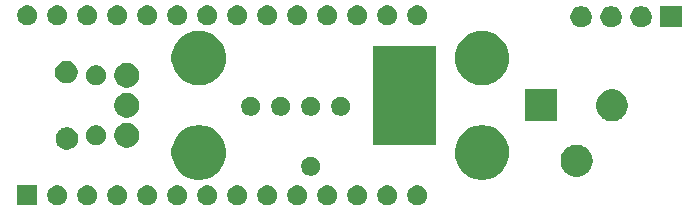
<source format=gbs>
G04 #@! TF.GenerationSoftware,KiCad,Pcbnew,(5.1.5-0-10_14)*
G04 #@! TF.CreationDate,2020-02-22T10:41:04+08:00*
G04 #@! TF.ProjectId,audio-board,61756469-6f2d-4626-9f61-72642e6b6963,rev?*
G04 #@! TF.SameCoordinates,Original*
G04 #@! TF.FileFunction,Soldermask,Bot*
G04 #@! TF.FilePolarity,Negative*
%FSLAX46Y46*%
G04 Gerber Fmt 4.6, Leading zero omitted, Abs format (unit mm)*
G04 Created by KiCad (PCBNEW (5.1.5-0-10_14)) date 2020-02-22 10:41:04*
%MOMM*%
%LPD*%
G04 APERTURE LIST*
%ADD10C,0.100000*%
G04 APERTURE END LIST*
D10*
G36*
X148675000Y-102255000D02*
G01*
X143425000Y-102255000D01*
X143425000Y-94005000D01*
X148675000Y-94005000D01*
X148675000Y-102255000D01*
G37*
X148675000Y-102255000D02*
X143425000Y-102255000D01*
X143425000Y-94005000D01*
X148675000Y-94005000D01*
X148675000Y-102255000D01*
G36*
X147433228Y-105806703D02*
G01*
X147588100Y-105870853D01*
X147727481Y-105963985D01*
X147846015Y-106082519D01*
X147939147Y-106221900D01*
X148003297Y-106376772D01*
X148036000Y-106541184D01*
X148036000Y-106708816D01*
X148003297Y-106873228D01*
X147939147Y-107028100D01*
X147846015Y-107167481D01*
X147727481Y-107286015D01*
X147588100Y-107379147D01*
X147433228Y-107443297D01*
X147268816Y-107476000D01*
X147101184Y-107476000D01*
X146936772Y-107443297D01*
X146781900Y-107379147D01*
X146642519Y-107286015D01*
X146523985Y-107167481D01*
X146430853Y-107028100D01*
X146366703Y-106873228D01*
X146334000Y-106708816D01*
X146334000Y-106541184D01*
X146366703Y-106376772D01*
X146430853Y-106221900D01*
X146523985Y-106082519D01*
X146642519Y-105963985D01*
X146781900Y-105870853D01*
X146936772Y-105806703D01*
X147101184Y-105774000D01*
X147268816Y-105774000D01*
X147433228Y-105806703D01*
G37*
G36*
X144893228Y-105806703D02*
G01*
X145048100Y-105870853D01*
X145187481Y-105963985D01*
X145306015Y-106082519D01*
X145399147Y-106221900D01*
X145463297Y-106376772D01*
X145496000Y-106541184D01*
X145496000Y-106708816D01*
X145463297Y-106873228D01*
X145399147Y-107028100D01*
X145306015Y-107167481D01*
X145187481Y-107286015D01*
X145048100Y-107379147D01*
X144893228Y-107443297D01*
X144728816Y-107476000D01*
X144561184Y-107476000D01*
X144396772Y-107443297D01*
X144241900Y-107379147D01*
X144102519Y-107286015D01*
X143983985Y-107167481D01*
X143890853Y-107028100D01*
X143826703Y-106873228D01*
X143794000Y-106708816D01*
X143794000Y-106541184D01*
X143826703Y-106376772D01*
X143890853Y-106221900D01*
X143983985Y-106082519D01*
X144102519Y-105963985D01*
X144241900Y-105870853D01*
X144396772Y-105806703D01*
X144561184Y-105774000D01*
X144728816Y-105774000D01*
X144893228Y-105806703D01*
G37*
G36*
X142353228Y-105806703D02*
G01*
X142508100Y-105870853D01*
X142647481Y-105963985D01*
X142766015Y-106082519D01*
X142859147Y-106221900D01*
X142923297Y-106376772D01*
X142956000Y-106541184D01*
X142956000Y-106708816D01*
X142923297Y-106873228D01*
X142859147Y-107028100D01*
X142766015Y-107167481D01*
X142647481Y-107286015D01*
X142508100Y-107379147D01*
X142353228Y-107443297D01*
X142188816Y-107476000D01*
X142021184Y-107476000D01*
X141856772Y-107443297D01*
X141701900Y-107379147D01*
X141562519Y-107286015D01*
X141443985Y-107167481D01*
X141350853Y-107028100D01*
X141286703Y-106873228D01*
X141254000Y-106708816D01*
X141254000Y-106541184D01*
X141286703Y-106376772D01*
X141350853Y-106221900D01*
X141443985Y-106082519D01*
X141562519Y-105963985D01*
X141701900Y-105870853D01*
X141856772Y-105806703D01*
X142021184Y-105774000D01*
X142188816Y-105774000D01*
X142353228Y-105806703D01*
G37*
G36*
X139813228Y-105806703D02*
G01*
X139968100Y-105870853D01*
X140107481Y-105963985D01*
X140226015Y-106082519D01*
X140319147Y-106221900D01*
X140383297Y-106376772D01*
X140416000Y-106541184D01*
X140416000Y-106708816D01*
X140383297Y-106873228D01*
X140319147Y-107028100D01*
X140226015Y-107167481D01*
X140107481Y-107286015D01*
X139968100Y-107379147D01*
X139813228Y-107443297D01*
X139648816Y-107476000D01*
X139481184Y-107476000D01*
X139316772Y-107443297D01*
X139161900Y-107379147D01*
X139022519Y-107286015D01*
X138903985Y-107167481D01*
X138810853Y-107028100D01*
X138746703Y-106873228D01*
X138714000Y-106708816D01*
X138714000Y-106541184D01*
X138746703Y-106376772D01*
X138810853Y-106221900D01*
X138903985Y-106082519D01*
X139022519Y-105963985D01*
X139161900Y-105870853D01*
X139316772Y-105806703D01*
X139481184Y-105774000D01*
X139648816Y-105774000D01*
X139813228Y-105806703D01*
G37*
G36*
X137273228Y-105806703D02*
G01*
X137428100Y-105870853D01*
X137567481Y-105963985D01*
X137686015Y-106082519D01*
X137779147Y-106221900D01*
X137843297Y-106376772D01*
X137876000Y-106541184D01*
X137876000Y-106708816D01*
X137843297Y-106873228D01*
X137779147Y-107028100D01*
X137686015Y-107167481D01*
X137567481Y-107286015D01*
X137428100Y-107379147D01*
X137273228Y-107443297D01*
X137108816Y-107476000D01*
X136941184Y-107476000D01*
X136776772Y-107443297D01*
X136621900Y-107379147D01*
X136482519Y-107286015D01*
X136363985Y-107167481D01*
X136270853Y-107028100D01*
X136206703Y-106873228D01*
X136174000Y-106708816D01*
X136174000Y-106541184D01*
X136206703Y-106376772D01*
X136270853Y-106221900D01*
X136363985Y-106082519D01*
X136482519Y-105963985D01*
X136621900Y-105870853D01*
X136776772Y-105806703D01*
X136941184Y-105774000D01*
X137108816Y-105774000D01*
X137273228Y-105806703D01*
G37*
G36*
X134733228Y-105806703D02*
G01*
X134888100Y-105870853D01*
X135027481Y-105963985D01*
X135146015Y-106082519D01*
X135239147Y-106221900D01*
X135303297Y-106376772D01*
X135336000Y-106541184D01*
X135336000Y-106708816D01*
X135303297Y-106873228D01*
X135239147Y-107028100D01*
X135146015Y-107167481D01*
X135027481Y-107286015D01*
X134888100Y-107379147D01*
X134733228Y-107443297D01*
X134568816Y-107476000D01*
X134401184Y-107476000D01*
X134236772Y-107443297D01*
X134081900Y-107379147D01*
X133942519Y-107286015D01*
X133823985Y-107167481D01*
X133730853Y-107028100D01*
X133666703Y-106873228D01*
X133634000Y-106708816D01*
X133634000Y-106541184D01*
X133666703Y-106376772D01*
X133730853Y-106221900D01*
X133823985Y-106082519D01*
X133942519Y-105963985D01*
X134081900Y-105870853D01*
X134236772Y-105806703D01*
X134401184Y-105774000D01*
X134568816Y-105774000D01*
X134733228Y-105806703D01*
G37*
G36*
X132193228Y-105806703D02*
G01*
X132348100Y-105870853D01*
X132487481Y-105963985D01*
X132606015Y-106082519D01*
X132699147Y-106221900D01*
X132763297Y-106376772D01*
X132796000Y-106541184D01*
X132796000Y-106708816D01*
X132763297Y-106873228D01*
X132699147Y-107028100D01*
X132606015Y-107167481D01*
X132487481Y-107286015D01*
X132348100Y-107379147D01*
X132193228Y-107443297D01*
X132028816Y-107476000D01*
X131861184Y-107476000D01*
X131696772Y-107443297D01*
X131541900Y-107379147D01*
X131402519Y-107286015D01*
X131283985Y-107167481D01*
X131190853Y-107028100D01*
X131126703Y-106873228D01*
X131094000Y-106708816D01*
X131094000Y-106541184D01*
X131126703Y-106376772D01*
X131190853Y-106221900D01*
X131283985Y-106082519D01*
X131402519Y-105963985D01*
X131541900Y-105870853D01*
X131696772Y-105806703D01*
X131861184Y-105774000D01*
X132028816Y-105774000D01*
X132193228Y-105806703D01*
G37*
G36*
X129653228Y-105806703D02*
G01*
X129808100Y-105870853D01*
X129947481Y-105963985D01*
X130066015Y-106082519D01*
X130159147Y-106221900D01*
X130223297Y-106376772D01*
X130256000Y-106541184D01*
X130256000Y-106708816D01*
X130223297Y-106873228D01*
X130159147Y-107028100D01*
X130066015Y-107167481D01*
X129947481Y-107286015D01*
X129808100Y-107379147D01*
X129653228Y-107443297D01*
X129488816Y-107476000D01*
X129321184Y-107476000D01*
X129156772Y-107443297D01*
X129001900Y-107379147D01*
X128862519Y-107286015D01*
X128743985Y-107167481D01*
X128650853Y-107028100D01*
X128586703Y-106873228D01*
X128554000Y-106708816D01*
X128554000Y-106541184D01*
X128586703Y-106376772D01*
X128650853Y-106221900D01*
X128743985Y-106082519D01*
X128862519Y-105963985D01*
X129001900Y-105870853D01*
X129156772Y-105806703D01*
X129321184Y-105774000D01*
X129488816Y-105774000D01*
X129653228Y-105806703D01*
G37*
G36*
X127113228Y-105806703D02*
G01*
X127268100Y-105870853D01*
X127407481Y-105963985D01*
X127526015Y-106082519D01*
X127619147Y-106221900D01*
X127683297Y-106376772D01*
X127716000Y-106541184D01*
X127716000Y-106708816D01*
X127683297Y-106873228D01*
X127619147Y-107028100D01*
X127526015Y-107167481D01*
X127407481Y-107286015D01*
X127268100Y-107379147D01*
X127113228Y-107443297D01*
X126948816Y-107476000D01*
X126781184Y-107476000D01*
X126616772Y-107443297D01*
X126461900Y-107379147D01*
X126322519Y-107286015D01*
X126203985Y-107167481D01*
X126110853Y-107028100D01*
X126046703Y-106873228D01*
X126014000Y-106708816D01*
X126014000Y-106541184D01*
X126046703Y-106376772D01*
X126110853Y-106221900D01*
X126203985Y-106082519D01*
X126322519Y-105963985D01*
X126461900Y-105870853D01*
X126616772Y-105806703D01*
X126781184Y-105774000D01*
X126948816Y-105774000D01*
X127113228Y-105806703D01*
G37*
G36*
X124573228Y-105806703D02*
G01*
X124728100Y-105870853D01*
X124867481Y-105963985D01*
X124986015Y-106082519D01*
X125079147Y-106221900D01*
X125143297Y-106376772D01*
X125176000Y-106541184D01*
X125176000Y-106708816D01*
X125143297Y-106873228D01*
X125079147Y-107028100D01*
X124986015Y-107167481D01*
X124867481Y-107286015D01*
X124728100Y-107379147D01*
X124573228Y-107443297D01*
X124408816Y-107476000D01*
X124241184Y-107476000D01*
X124076772Y-107443297D01*
X123921900Y-107379147D01*
X123782519Y-107286015D01*
X123663985Y-107167481D01*
X123570853Y-107028100D01*
X123506703Y-106873228D01*
X123474000Y-106708816D01*
X123474000Y-106541184D01*
X123506703Y-106376772D01*
X123570853Y-106221900D01*
X123663985Y-106082519D01*
X123782519Y-105963985D01*
X123921900Y-105870853D01*
X124076772Y-105806703D01*
X124241184Y-105774000D01*
X124408816Y-105774000D01*
X124573228Y-105806703D01*
G37*
G36*
X122033228Y-105806703D02*
G01*
X122188100Y-105870853D01*
X122327481Y-105963985D01*
X122446015Y-106082519D01*
X122539147Y-106221900D01*
X122603297Y-106376772D01*
X122636000Y-106541184D01*
X122636000Y-106708816D01*
X122603297Y-106873228D01*
X122539147Y-107028100D01*
X122446015Y-107167481D01*
X122327481Y-107286015D01*
X122188100Y-107379147D01*
X122033228Y-107443297D01*
X121868816Y-107476000D01*
X121701184Y-107476000D01*
X121536772Y-107443297D01*
X121381900Y-107379147D01*
X121242519Y-107286015D01*
X121123985Y-107167481D01*
X121030853Y-107028100D01*
X120966703Y-106873228D01*
X120934000Y-106708816D01*
X120934000Y-106541184D01*
X120966703Y-106376772D01*
X121030853Y-106221900D01*
X121123985Y-106082519D01*
X121242519Y-105963985D01*
X121381900Y-105870853D01*
X121536772Y-105806703D01*
X121701184Y-105774000D01*
X121868816Y-105774000D01*
X122033228Y-105806703D01*
G37*
G36*
X119493228Y-105806703D02*
G01*
X119648100Y-105870853D01*
X119787481Y-105963985D01*
X119906015Y-106082519D01*
X119999147Y-106221900D01*
X120063297Y-106376772D01*
X120096000Y-106541184D01*
X120096000Y-106708816D01*
X120063297Y-106873228D01*
X119999147Y-107028100D01*
X119906015Y-107167481D01*
X119787481Y-107286015D01*
X119648100Y-107379147D01*
X119493228Y-107443297D01*
X119328816Y-107476000D01*
X119161184Y-107476000D01*
X118996772Y-107443297D01*
X118841900Y-107379147D01*
X118702519Y-107286015D01*
X118583985Y-107167481D01*
X118490853Y-107028100D01*
X118426703Y-106873228D01*
X118394000Y-106708816D01*
X118394000Y-106541184D01*
X118426703Y-106376772D01*
X118490853Y-106221900D01*
X118583985Y-106082519D01*
X118702519Y-105963985D01*
X118841900Y-105870853D01*
X118996772Y-105806703D01*
X119161184Y-105774000D01*
X119328816Y-105774000D01*
X119493228Y-105806703D01*
G37*
G36*
X116953228Y-105806703D02*
G01*
X117108100Y-105870853D01*
X117247481Y-105963985D01*
X117366015Y-106082519D01*
X117459147Y-106221900D01*
X117523297Y-106376772D01*
X117556000Y-106541184D01*
X117556000Y-106708816D01*
X117523297Y-106873228D01*
X117459147Y-107028100D01*
X117366015Y-107167481D01*
X117247481Y-107286015D01*
X117108100Y-107379147D01*
X116953228Y-107443297D01*
X116788816Y-107476000D01*
X116621184Y-107476000D01*
X116456772Y-107443297D01*
X116301900Y-107379147D01*
X116162519Y-107286015D01*
X116043985Y-107167481D01*
X115950853Y-107028100D01*
X115886703Y-106873228D01*
X115854000Y-106708816D01*
X115854000Y-106541184D01*
X115886703Y-106376772D01*
X115950853Y-106221900D01*
X116043985Y-106082519D01*
X116162519Y-105963985D01*
X116301900Y-105870853D01*
X116456772Y-105806703D01*
X116621184Y-105774000D01*
X116788816Y-105774000D01*
X116953228Y-105806703D01*
G37*
G36*
X115016000Y-107476000D02*
G01*
X113314000Y-107476000D01*
X113314000Y-105774000D01*
X115016000Y-105774000D01*
X115016000Y-107476000D01*
G37*
G36*
X129015765Y-100726703D02*
G01*
X129346177Y-100792426D01*
X129764932Y-100965880D01*
X130141802Y-101217696D01*
X130462304Y-101538198D01*
X130714120Y-101915068D01*
X130887574Y-102333823D01*
X130915931Y-102476384D01*
X130976000Y-102778370D01*
X130976000Y-103231630D01*
X130952057Y-103352000D01*
X130887574Y-103676177D01*
X130714120Y-104094932D01*
X130462304Y-104471802D01*
X130141802Y-104792304D01*
X129764932Y-105044120D01*
X129346177Y-105217574D01*
X129123903Y-105261787D01*
X128901630Y-105306000D01*
X128448370Y-105306000D01*
X128226097Y-105261787D01*
X128003823Y-105217574D01*
X127585068Y-105044120D01*
X127208198Y-104792304D01*
X126887696Y-104471802D01*
X126635880Y-104094932D01*
X126462426Y-103676177D01*
X126397943Y-103352000D01*
X126374000Y-103231630D01*
X126374000Y-102778370D01*
X126434069Y-102476384D01*
X126462426Y-102333823D01*
X126635880Y-101915068D01*
X126887696Y-101538198D01*
X127208198Y-101217696D01*
X127585068Y-100965880D01*
X128003823Y-100792426D01*
X128334235Y-100726703D01*
X128448370Y-100704000D01*
X128901630Y-100704000D01*
X129015765Y-100726703D01*
G37*
G36*
X153015765Y-100726703D02*
G01*
X153346177Y-100792426D01*
X153764932Y-100965880D01*
X154141802Y-101217696D01*
X154462304Y-101538198D01*
X154714120Y-101915068D01*
X154887574Y-102333823D01*
X154915931Y-102476384D01*
X154976000Y-102778370D01*
X154976000Y-103231630D01*
X154952057Y-103352000D01*
X154887574Y-103676177D01*
X154714120Y-104094932D01*
X154462304Y-104471802D01*
X154141802Y-104792304D01*
X153764932Y-105044120D01*
X153346177Y-105217574D01*
X153123903Y-105261787D01*
X152901630Y-105306000D01*
X152448370Y-105306000D01*
X152226097Y-105261787D01*
X152003823Y-105217574D01*
X151585068Y-105044120D01*
X151208198Y-104792304D01*
X150887696Y-104471802D01*
X150635880Y-104094932D01*
X150462426Y-103676177D01*
X150397943Y-103352000D01*
X150374000Y-103231630D01*
X150374000Y-102778370D01*
X150434069Y-102476384D01*
X150462426Y-102333823D01*
X150635880Y-101915068D01*
X150887696Y-101538198D01*
X151208198Y-101217696D01*
X151585068Y-100965880D01*
X152003823Y-100792426D01*
X152334235Y-100726703D01*
X152448370Y-100704000D01*
X152901630Y-100704000D01*
X153015765Y-100726703D01*
G37*
G36*
X161019211Y-102396000D02*
G01*
X161069072Y-102405918D01*
X161314939Y-102507759D01*
X161386554Y-102555611D01*
X161536211Y-102655609D01*
X161724391Y-102843789D01*
X161872242Y-103065063D01*
X161974082Y-103310928D01*
X162018355Y-103533501D01*
X162026000Y-103571938D01*
X162026000Y-103838062D01*
X161974082Y-104099072D01*
X161872241Y-104344939D01*
X161724390Y-104566212D01*
X161536212Y-104754390D01*
X161314939Y-104902241D01*
X161314938Y-104902242D01*
X161314937Y-104902242D01*
X161069072Y-105004082D01*
X160808063Y-105056000D01*
X160541937Y-105056000D01*
X160280928Y-105004082D01*
X160035063Y-104902242D01*
X160035062Y-104902242D01*
X160035061Y-104902241D01*
X159813788Y-104754390D01*
X159625610Y-104566212D01*
X159477759Y-104344939D01*
X159375918Y-104099072D01*
X159324000Y-103838062D01*
X159324000Y-103571938D01*
X159331646Y-103533501D01*
X159375918Y-103310928D01*
X159477758Y-103065063D01*
X159625609Y-102843789D01*
X159813789Y-102655609D01*
X159963446Y-102555611D01*
X160035061Y-102507759D01*
X160280928Y-102405918D01*
X160330789Y-102396000D01*
X160541937Y-102354000D01*
X160808063Y-102354000D01*
X161019211Y-102396000D01*
G37*
G36*
X138412142Y-103383242D02*
G01*
X138560101Y-103444529D01*
X138693255Y-103533499D01*
X138806501Y-103646745D01*
X138895471Y-103779899D01*
X138956758Y-103927858D01*
X138988000Y-104084925D01*
X138988000Y-104245075D01*
X138956758Y-104402142D01*
X138895471Y-104550101D01*
X138806501Y-104683255D01*
X138693255Y-104796501D01*
X138560101Y-104885471D01*
X138412142Y-104946758D01*
X138255075Y-104978000D01*
X138094925Y-104978000D01*
X137937858Y-104946758D01*
X137789899Y-104885471D01*
X137656745Y-104796501D01*
X137543499Y-104683255D01*
X137454529Y-104550101D01*
X137393242Y-104402142D01*
X137362000Y-104245075D01*
X137362000Y-104084925D01*
X137393242Y-103927858D01*
X137454529Y-103779899D01*
X137543499Y-103646745D01*
X137656745Y-103533499D01*
X137789899Y-103444529D01*
X137937858Y-103383242D01*
X138094925Y-103352000D01*
X138255075Y-103352000D01*
X138412142Y-103383242D01*
G37*
G36*
X117782395Y-100890546D02*
G01*
X117955466Y-100962234D01*
X118015757Y-101002519D01*
X118111227Y-101066310D01*
X118243690Y-101198773D01*
X118270191Y-101238435D01*
X118347766Y-101354534D01*
X118419454Y-101527605D01*
X118456000Y-101711333D01*
X118456000Y-101898667D01*
X118419454Y-102082395D01*
X118347766Y-102255466D01*
X118296081Y-102332818D01*
X118243690Y-102411227D01*
X118111227Y-102543690D01*
X118032939Y-102596000D01*
X117955466Y-102647766D01*
X117782395Y-102719454D01*
X117598667Y-102756000D01*
X117411333Y-102756000D01*
X117227605Y-102719454D01*
X117054534Y-102647766D01*
X116977061Y-102596000D01*
X116898773Y-102543690D01*
X116766310Y-102411227D01*
X116713919Y-102332818D01*
X116662234Y-102255466D01*
X116590546Y-102082395D01*
X116554000Y-101898667D01*
X116554000Y-101711333D01*
X116590546Y-101527605D01*
X116662234Y-101354534D01*
X116739809Y-101238435D01*
X116766310Y-101198773D01*
X116898773Y-101066310D01*
X116994243Y-101002519D01*
X117054534Y-100962234D01*
X117227605Y-100890546D01*
X117411333Y-100854000D01*
X117598667Y-100854000D01*
X117782395Y-100890546D01*
G37*
G36*
X122891564Y-100534389D02*
G01*
X123082833Y-100613615D01*
X123082835Y-100613616D01*
X123254973Y-100728635D01*
X123401365Y-100875027D01*
X123459636Y-100962235D01*
X123516385Y-101047167D01*
X123595611Y-101238436D01*
X123636000Y-101441484D01*
X123636000Y-101648516D01*
X123595611Y-101851564D01*
X123516385Y-102042833D01*
X123516384Y-102042835D01*
X123401365Y-102214973D01*
X123254973Y-102361365D01*
X123082835Y-102476384D01*
X123082834Y-102476385D01*
X123082833Y-102476385D01*
X122891564Y-102555611D01*
X122688516Y-102596000D01*
X122481484Y-102596000D01*
X122278436Y-102555611D01*
X122087167Y-102476385D01*
X122087166Y-102476385D01*
X122087165Y-102476384D01*
X121915027Y-102361365D01*
X121768635Y-102214973D01*
X121653616Y-102042835D01*
X121653615Y-102042833D01*
X121574389Y-101851564D01*
X121534000Y-101648516D01*
X121534000Y-101441484D01*
X121574389Y-101238436D01*
X121653615Y-101047167D01*
X121710365Y-100962235D01*
X121768635Y-100875027D01*
X121915027Y-100728635D01*
X122087165Y-100613616D01*
X122087167Y-100613615D01*
X122278436Y-100534389D01*
X122481484Y-100494000D01*
X122688516Y-100494000D01*
X122891564Y-100534389D01*
G37*
G36*
X120233228Y-100726703D02*
G01*
X120388100Y-100790853D01*
X120527481Y-100883985D01*
X120646015Y-101002519D01*
X120739147Y-101141900D01*
X120803297Y-101296772D01*
X120836000Y-101461184D01*
X120836000Y-101628816D01*
X120803297Y-101793228D01*
X120739147Y-101948100D01*
X120646015Y-102087481D01*
X120527481Y-102206015D01*
X120388100Y-102299147D01*
X120233228Y-102363297D01*
X120068816Y-102396000D01*
X119901184Y-102396000D01*
X119736772Y-102363297D01*
X119581900Y-102299147D01*
X119442519Y-102206015D01*
X119323985Y-102087481D01*
X119230853Y-101948100D01*
X119166703Y-101793228D01*
X119134000Y-101628816D01*
X119134000Y-101461184D01*
X119166703Y-101296772D01*
X119230853Y-101141900D01*
X119323985Y-101002519D01*
X119442519Y-100883985D01*
X119581900Y-100790853D01*
X119736772Y-100726703D01*
X119901184Y-100694000D01*
X120068816Y-100694000D01*
X120233228Y-100726703D01*
G37*
G36*
X164069072Y-97705918D02*
G01*
X164314939Y-97807759D01*
X164426328Y-97882187D01*
X164533803Y-97954000D01*
X164536212Y-97955610D01*
X164724390Y-98143788D01*
X164871886Y-98364529D01*
X164872242Y-98365063D01*
X164974082Y-98610928D01*
X165026000Y-98871937D01*
X165026000Y-99138063D01*
X164974082Y-99399072D01*
X164872242Y-99644937D01*
X164724391Y-99866211D01*
X164536211Y-100054391D01*
X164426328Y-100127813D01*
X164314939Y-100202241D01*
X164314938Y-100202242D01*
X164314937Y-100202242D01*
X164069072Y-100304082D01*
X163808063Y-100356000D01*
X163541937Y-100356000D01*
X163280928Y-100304082D01*
X163035063Y-100202242D01*
X163035062Y-100202242D01*
X163035061Y-100202241D01*
X162923672Y-100127813D01*
X162813789Y-100054391D01*
X162625609Y-99866211D01*
X162477758Y-99644937D01*
X162375918Y-99399072D01*
X162324000Y-99138063D01*
X162324000Y-98871937D01*
X162375918Y-98610928D01*
X162477758Y-98365063D01*
X162478115Y-98364529D01*
X162625610Y-98143788D01*
X162813788Y-97955610D01*
X162816198Y-97954000D01*
X162923672Y-97882187D01*
X163035061Y-97807759D01*
X163280928Y-97705918D01*
X163541937Y-97654000D01*
X163808063Y-97654000D01*
X164069072Y-97705918D01*
G37*
G36*
X159026000Y-100356000D02*
G01*
X156324000Y-100356000D01*
X156324000Y-97654000D01*
X159026000Y-97654000D01*
X159026000Y-100356000D01*
G37*
G36*
X122891564Y-97994389D02*
G01*
X123082833Y-98073615D01*
X123082835Y-98073616D01*
X123254973Y-98188635D01*
X123401365Y-98335027D01*
X123480526Y-98453499D01*
X123516385Y-98507167D01*
X123595611Y-98698436D01*
X123636000Y-98901484D01*
X123636000Y-99108516D01*
X123595611Y-99311564D01*
X123559364Y-99399072D01*
X123516384Y-99502835D01*
X123401365Y-99674973D01*
X123254973Y-99821365D01*
X123082835Y-99936384D01*
X123082834Y-99936385D01*
X123082833Y-99936385D01*
X122891564Y-100015611D01*
X122688516Y-100056000D01*
X122481484Y-100056000D01*
X122278436Y-100015611D01*
X122087167Y-99936385D01*
X122087166Y-99936385D01*
X122087165Y-99936384D01*
X121915027Y-99821365D01*
X121768635Y-99674973D01*
X121653616Y-99502835D01*
X121610636Y-99399072D01*
X121574389Y-99311564D01*
X121534000Y-99108516D01*
X121534000Y-98901484D01*
X121574389Y-98698436D01*
X121653615Y-98507167D01*
X121689475Y-98453499D01*
X121768635Y-98335027D01*
X121915027Y-98188635D01*
X122087165Y-98073616D01*
X122087167Y-98073615D01*
X122278436Y-97994389D01*
X122481484Y-97954000D01*
X122688516Y-97954000D01*
X122891564Y-97994389D01*
G37*
G36*
X133332142Y-98303242D02*
G01*
X133480101Y-98364529D01*
X133613255Y-98453499D01*
X133726501Y-98566745D01*
X133815471Y-98699899D01*
X133876758Y-98847858D01*
X133908000Y-99004925D01*
X133908000Y-99165075D01*
X133876758Y-99322142D01*
X133815471Y-99470101D01*
X133726501Y-99603255D01*
X133613255Y-99716501D01*
X133480101Y-99805471D01*
X133332142Y-99866758D01*
X133175075Y-99898000D01*
X133014925Y-99898000D01*
X132857858Y-99866758D01*
X132709899Y-99805471D01*
X132576745Y-99716501D01*
X132463499Y-99603255D01*
X132374529Y-99470101D01*
X132313242Y-99322142D01*
X132282000Y-99165075D01*
X132282000Y-99004925D01*
X132313242Y-98847858D01*
X132374529Y-98699899D01*
X132463499Y-98566745D01*
X132576745Y-98453499D01*
X132709899Y-98364529D01*
X132857858Y-98303242D01*
X133014925Y-98272000D01*
X133175075Y-98272000D01*
X133332142Y-98303242D01*
G37*
G36*
X135872142Y-98303242D02*
G01*
X136020101Y-98364529D01*
X136153255Y-98453499D01*
X136266501Y-98566745D01*
X136355471Y-98699899D01*
X136416758Y-98847858D01*
X136448000Y-99004925D01*
X136448000Y-99165075D01*
X136416758Y-99322142D01*
X136355471Y-99470101D01*
X136266501Y-99603255D01*
X136153255Y-99716501D01*
X136020101Y-99805471D01*
X135872142Y-99866758D01*
X135715075Y-99898000D01*
X135554925Y-99898000D01*
X135397858Y-99866758D01*
X135249899Y-99805471D01*
X135116745Y-99716501D01*
X135003499Y-99603255D01*
X134914529Y-99470101D01*
X134853242Y-99322142D01*
X134822000Y-99165075D01*
X134822000Y-99004925D01*
X134853242Y-98847858D01*
X134914529Y-98699899D01*
X135003499Y-98566745D01*
X135116745Y-98453499D01*
X135249899Y-98364529D01*
X135397858Y-98303242D01*
X135554925Y-98272000D01*
X135715075Y-98272000D01*
X135872142Y-98303242D01*
G37*
G36*
X138412142Y-98303242D02*
G01*
X138560101Y-98364529D01*
X138693255Y-98453499D01*
X138806501Y-98566745D01*
X138895471Y-98699899D01*
X138956758Y-98847858D01*
X138988000Y-99004925D01*
X138988000Y-99165075D01*
X138956758Y-99322142D01*
X138895471Y-99470101D01*
X138806501Y-99603255D01*
X138693255Y-99716501D01*
X138560101Y-99805471D01*
X138412142Y-99866758D01*
X138255075Y-99898000D01*
X138094925Y-99898000D01*
X137937858Y-99866758D01*
X137789899Y-99805471D01*
X137656745Y-99716501D01*
X137543499Y-99603255D01*
X137454529Y-99470101D01*
X137393242Y-99322142D01*
X137362000Y-99165075D01*
X137362000Y-99004925D01*
X137393242Y-98847858D01*
X137454529Y-98699899D01*
X137543499Y-98566745D01*
X137656745Y-98453499D01*
X137789899Y-98364529D01*
X137937858Y-98303242D01*
X138094925Y-98272000D01*
X138255075Y-98272000D01*
X138412142Y-98303242D01*
G37*
G36*
X140952142Y-98303242D02*
G01*
X141100101Y-98364529D01*
X141233255Y-98453499D01*
X141346501Y-98566745D01*
X141435471Y-98699899D01*
X141496758Y-98847858D01*
X141528000Y-99004925D01*
X141528000Y-99165075D01*
X141496758Y-99322142D01*
X141435471Y-99470101D01*
X141346501Y-99603255D01*
X141233255Y-99716501D01*
X141100101Y-99805471D01*
X140952142Y-99866758D01*
X140795075Y-99898000D01*
X140634925Y-99898000D01*
X140477858Y-99866758D01*
X140329899Y-99805471D01*
X140196745Y-99716501D01*
X140083499Y-99603255D01*
X139994529Y-99470101D01*
X139933242Y-99322142D01*
X139902000Y-99165075D01*
X139902000Y-99004925D01*
X139933242Y-98847858D01*
X139994529Y-98699899D01*
X140083499Y-98566745D01*
X140196745Y-98453499D01*
X140329899Y-98364529D01*
X140477858Y-98303242D01*
X140634925Y-98272000D01*
X140795075Y-98272000D01*
X140952142Y-98303242D01*
G37*
G36*
X122891564Y-95454389D02*
G01*
X123082833Y-95533615D01*
X123082835Y-95533616D01*
X123180349Y-95598773D01*
X123254973Y-95648635D01*
X123401365Y-95795027D01*
X123516385Y-95967167D01*
X123595611Y-96158436D01*
X123636000Y-96361484D01*
X123636000Y-96568516D01*
X123595611Y-96771564D01*
X123524314Y-96943690D01*
X123516384Y-96962835D01*
X123401365Y-97134973D01*
X123254973Y-97281365D01*
X123082835Y-97396384D01*
X123082834Y-97396385D01*
X123082833Y-97396385D01*
X122891564Y-97475611D01*
X122688516Y-97516000D01*
X122481484Y-97516000D01*
X122278436Y-97475611D01*
X122087167Y-97396385D01*
X122087166Y-97396385D01*
X122087165Y-97396384D01*
X121915027Y-97281365D01*
X121768635Y-97134973D01*
X121653616Y-96962835D01*
X121645686Y-96943690D01*
X121574389Y-96771564D01*
X121534000Y-96568516D01*
X121534000Y-96361484D01*
X121574389Y-96158436D01*
X121653615Y-95967167D01*
X121768635Y-95795027D01*
X121915027Y-95648635D01*
X121989651Y-95598773D01*
X122087165Y-95533616D01*
X122087167Y-95533615D01*
X122278436Y-95454389D01*
X122481484Y-95414000D01*
X122688516Y-95414000D01*
X122891564Y-95454389D01*
G37*
G36*
X120233228Y-95646703D02*
G01*
X120388100Y-95710853D01*
X120527481Y-95803985D01*
X120646015Y-95922519D01*
X120739147Y-96061900D01*
X120803297Y-96216772D01*
X120836000Y-96381184D01*
X120836000Y-96548816D01*
X120803297Y-96713228D01*
X120739147Y-96868100D01*
X120646015Y-97007481D01*
X120527481Y-97126015D01*
X120388100Y-97219147D01*
X120233228Y-97283297D01*
X120068816Y-97316000D01*
X119901184Y-97316000D01*
X119736772Y-97283297D01*
X119581900Y-97219147D01*
X119442519Y-97126015D01*
X119323985Y-97007481D01*
X119230853Y-96868100D01*
X119166703Y-96713228D01*
X119134000Y-96548816D01*
X119134000Y-96381184D01*
X119166703Y-96216772D01*
X119230853Y-96061900D01*
X119323985Y-95922519D01*
X119442519Y-95803985D01*
X119581900Y-95710853D01*
X119736772Y-95646703D01*
X119901184Y-95614000D01*
X120068816Y-95614000D01*
X120233228Y-95646703D01*
G37*
G36*
X153123903Y-92748213D02*
G01*
X153346177Y-92792426D01*
X153764932Y-92965880D01*
X154141802Y-93217696D01*
X154462304Y-93538198D01*
X154714120Y-93915068D01*
X154887574Y-94333823D01*
X154887574Y-94333824D01*
X154976000Y-94778370D01*
X154976000Y-95231630D01*
X154950021Y-95362234D01*
X154887574Y-95676177D01*
X154714120Y-96094932D01*
X154462304Y-96471802D01*
X154141802Y-96792304D01*
X153764932Y-97044120D01*
X153346177Y-97217574D01*
X153123903Y-97261787D01*
X152901630Y-97306000D01*
X152448370Y-97306000D01*
X152226097Y-97261787D01*
X152003823Y-97217574D01*
X151585068Y-97044120D01*
X151208198Y-96792304D01*
X150887696Y-96471802D01*
X150635880Y-96094932D01*
X150462426Y-95676177D01*
X150399979Y-95362234D01*
X150374000Y-95231630D01*
X150374000Y-94778370D01*
X150462426Y-94333824D01*
X150462426Y-94333823D01*
X150635880Y-93915068D01*
X150887696Y-93538198D01*
X151208198Y-93217696D01*
X151585068Y-92965880D01*
X152003823Y-92792426D01*
X152226097Y-92748213D01*
X152448370Y-92704000D01*
X152901630Y-92704000D01*
X153123903Y-92748213D01*
G37*
G36*
X129123903Y-92748213D02*
G01*
X129346177Y-92792426D01*
X129764932Y-92965880D01*
X130141802Y-93217696D01*
X130462304Y-93538198D01*
X130714120Y-93915068D01*
X130887574Y-94333823D01*
X130887574Y-94333824D01*
X130976000Y-94778370D01*
X130976000Y-95231630D01*
X130950021Y-95362234D01*
X130887574Y-95676177D01*
X130714120Y-96094932D01*
X130462304Y-96471802D01*
X130141802Y-96792304D01*
X129764932Y-97044120D01*
X129346177Y-97217574D01*
X129123903Y-97261787D01*
X128901630Y-97306000D01*
X128448370Y-97306000D01*
X128226097Y-97261787D01*
X128003823Y-97217574D01*
X127585068Y-97044120D01*
X127208198Y-96792304D01*
X126887696Y-96471802D01*
X126635880Y-96094932D01*
X126462426Y-95676177D01*
X126399979Y-95362234D01*
X126374000Y-95231630D01*
X126374000Y-94778370D01*
X126462426Y-94333824D01*
X126462426Y-94333823D01*
X126635880Y-93915068D01*
X126887696Y-93538198D01*
X127208198Y-93217696D01*
X127585068Y-92965880D01*
X128003823Y-92792426D01*
X128226097Y-92748213D01*
X128448370Y-92704000D01*
X128901630Y-92704000D01*
X129123903Y-92748213D01*
G37*
G36*
X117742395Y-95290546D02*
G01*
X117915466Y-95362234D01*
X117915467Y-95362235D01*
X118071227Y-95466310D01*
X118203690Y-95598773D01*
X118255409Y-95676176D01*
X118307766Y-95754534D01*
X118379454Y-95927605D01*
X118416000Y-96111333D01*
X118416000Y-96298667D01*
X118379454Y-96482395D01*
X118307766Y-96655466D01*
X118307765Y-96655467D01*
X118203690Y-96811227D01*
X118071227Y-96943690D01*
X118042577Y-96962833D01*
X117915466Y-97047766D01*
X117742395Y-97119454D01*
X117558667Y-97156000D01*
X117371333Y-97156000D01*
X117187605Y-97119454D01*
X117014534Y-97047766D01*
X116887423Y-96962833D01*
X116858773Y-96943690D01*
X116726310Y-96811227D01*
X116622235Y-96655467D01*
X116622234Y-96655466D01*
X116550546Y-96482395D01*
X116514000Y-96298667D01*
X116514000Y-96111333D01*
X116550546Y-95927605D01*
X116622234Y-95754534D01*
X116674591Y-95676176D01*
X116726310Y-95598773D01*
X116858773Y-95466310D01*
X117014533Y-95362235D01*
X117014534Y-95362234D01*
X117187605Y-95290546D01*
X117371333Y-95254000D01*
X117558667Y-95254000D01*
X117742395Y-95290546D01*
G37*
G36*
X161168512Y-90608927D02*
G01*
X161317812Y-90638624D01*
X161481784Y-90706544D01*
X161629354Y-90805147D01*
X161754853Y-90930646D01*
X161853456Y-91078216D01*
X161921376Y-91242188D01*
X161956000Y-91416259D01*
X161956000Y-91593741D01*
X161921376Y-91767812D01*
X161853456Y-91931784D01*
X161754853Y-92079354D01*
X161629354Y-92204853D01*
X161481784Y-92303456D01*
X161317812Y-92371376D01*
X161168512Y-92401073D01*
X161143742Y-92406000D01*
X160966258Y-92406000D01*
X160941488Y-92401073D01*
X160792188Y-92371376D01*
X160628216Y-92303456D01*
X160480646Y-92204853D01*
X160355147Y-92079354D01*
X160256544Y-91931784D01*
X160188624Y-91767812D01*
X160154000Y-91593741D01*
X160154000Y-91416259D01*
X160188624Y-91242188D01*
X160256544Y-91078216D01*
X160355147Y-90930646D01*
X160480646Y-90805147D01*
X160628216Y-90706544D01*
X160792188Y-90638624D01*
X160941488Y-90608927D01*
X160966258Y-90604000D01*
X161143742Y-90604000D01*
X161168512Y-90608927D01*
G37*
G36*
X163708512Y-90608927D02*
G01*
X163857812Y-90638624D01*
X164021784Y-90706544D01*
X164169354Y-90805147D01*
X164294853Y-90930646D01*
X164393456Y-91078216D01*
X164461376Y-91242188D01*
X164496000Y-91416259D01*
X164496000Y-91593741D01*
X164461376Y-91767812D01*
X164393456Y-91931784D01*
X164294853Y-92079354D01*
X164169354Y-92204853D01*
X164021784Y-92303456D01*
X163857812Y-92371376D01*
X163708512Y-92401073D01*
X163683742Y-92406000D01*
X163506258Y-92406000D01*
X163481488Y-92401073D01*
X163332188Y-92371376D01*
X163168216Y-92303456D01*
X163020646Y-92204853D01*
X162895147Y-92079354D01*
X162796544Y-91931784D01*
X162728624Y-91767812D01*
X162694000Y-91593741D01*
X162694000Y-91416259D01*
X162728624Y-91242188D01*
X162796544Y-91078216D01*
X162895147Y-90930646D01*
X163020646Y-90805147D01*
X163168216Y-90706544D01*
X163332188Y-90638624D01*
X163481488Y-90608927D01*
X163506258Y-90604000D01*
X163683742Y-90604000D01*
X163708512Y-90608927D01*
G37*
G36*
X166248512Y-90608927D02*
G01*
X166397812Y-90638624D01*
X166561784Y-90706544D01*
X166709354Y-90805147D01*
X166834853Y-90930646D01*
X166933456Y-91078216D01*
X167001376Y-91242188D01*
X167036000Y-91416259D01*
X167036000Y-91593741D01*
X167001376Y-91767812D01*
X166933456Y-91931784D01*
X166834853Y-92079354D01*
X166709354Y-92204853D01*
X166561784Y-92303456D01*
X166397812Y-92371376D01*
X166248512Y-92401073D01*
X166223742Y-92406000D01*
X166046258Y-92406000D01*
X166021488Y-92401073D01*
X165872188Y-92371376D01*
X165708216Y-92303456D01*
X165560646Y-92204853D01*
X165435147Y-92079354D01*
X165336544Y-91931784D01*
X165268624Y-91767812D01*
X165234000Y-91593741D01*
X165234000Y-91416259D01*
X165268624Y-91242188D01*
X165336544Y-91078216D01*
X165435147Y-90930646D01*
X165560646Y-90805147D01*
X165708216Y-90706544D01*
X165872188Y-90638624D01*
X166021488Y-90608927D01*
X166046258Y-90604000D01*
X166223742Y-90604000D01*
X166248512Y-90608927D01*
G37*
G36*
X169576000Y-92406000D02*
G01*
X167774000Y-92406000D01*
X167774000Y-90604000D01*
X169576000Y-90604000D01*
X169576000Y-92406000D01*
G37*
G36*
X122033228Y-90566703D02*
G01*
X122188100Y-90630853D01*
X122327481Y-90723985D01*
X122446015Y-90842519D01*
X122539147Y-90981900D01*
X122603297Y-91136772D01*
X122636000Y-91301184D01*
X122636000Y-91468816D01*
X122603297Y-91633228D01*
X122539147Y-91788100D01*
X122446015Y-91927481D01*
X122327481Y-92046015D01*
X122188100Y-92139147D01*
X122033228Y-92203297D01*
X121868816Y-92236000D01*
X121701184Y-92236000D01*
X121536772Y-92203297D01*
X121381900Y-92139147D01*
X121242519Y-92046015D01*
X121123985Y-91927481D01*
X121030853Y-91788100D01*
X120966703Y-91633228D01*
X120934000Y-91468816D01*
X120934000Y-91301184D01*
X120966703Y-91136772D01*
X121030853Y-90981900D01*
X121123985Y-90842519D01*
X121242519Y-90723985D01*
X121381900Y-90630853D01*
X121536772Y-90566703D01*
X121701184Y-90534000D01*
X121868816Y-90534000D01*
X122033228Y-90566703D01*
G37*
G36*
X119493228Y-90566703D02*
G01*
X119648100Y-90630853D01*
X119787481Y-90723985D01*
X119906015Y-90842519D01*
X119999147Y-90981900D01*
X120063297Y-91136772D01*
X120096000Y-91301184D01*
X120096000Y-91468816D01*
X120063297Y-91633228D01*
X119999147Y-91788100D01*
X119906015Y-91927481D01*
X119787481Y-92046015D01*
X119648100Y-92139147D01*
X119493228Y-92203297D01*
X119328816Y-92236000D01*
X119161184Y-92236000D01*
X118996772Y-92203297D01*
X118841900Y-92139147D01*
X118702519Y-92046015D01*
X118583985Y-91927481D01*
X118490853Y-91788100D01*
X118426703Y-91633228D01*
X118394000Y-91468816D01*
X118394000Y-91301184D01*
X118426703Y-91136772D01*
X118490853Y-90981900D01*
X118583985Y-90842519D01*
X118702519Y-90723985D01*
X118841900Y-90630853D01*
X118996772Y-90566703D01*
X119161184Y-90534000D01*
X119328816Y-90534000D01*
X119493228Y-90566703D01*
G37*
G36*
X116953228Y-90566703D02*
G01*
X117108100Y-90630853D01*
X117247481Y-90723985D01*
X117366015Y-90842519D01*
X117459147Y-90981900D01*
X117523297Y-91136772D01*
X117556000Y-91301184D01*
X117556000Y-91468816D01*
X117523297Y-91633228D01*
X117459147Y-91788100D01*
X117366015Y-91927481D01*
X117247481Y-92046015D01*
X117108100Y-92139147D01*
X116953228Y-92203297D01*
X116788816Y-92236000D01*
X116621184Y-92236000D01*
X116456772Y-92203297D01*
X116301900Y-92139147D01*
X116162519Y-92046015D01*
X116043985Y-91927481D01*
X115950853Y-91788100D01*
X115886703Y-91633228D01*
X115854000Y-91468816D01*
X115854000Y-91301184D01*
X115886703Y-91136772D01*
X115950853Y-90981900D01*
X116043985Y-90842519D01*
X116162519Y-90723985D01*
X116301900Y-90630853D01*
X116456772Y-90566703D01*
X116621184Y-90534000D01*
X116788816Y-90534000D01*
X116953228Y-90566703D01*
G37*
G36*
X114413228Y-90566703D02*
G01*
X114568100Y-90630853D01*
X114707481Y-90723985D01*
X114826015Y-90842519D01*
X114919147Y-90981900D01*
X114983297Y-91136772D01*
X115016000Y-91301184D01*
X115016000Y-91468816D01*
X114983297Y-91633228D01*
X114919147Y-91788100D01*
X114826015Y-91927481D01*
X114707481Y-92046015D01*
X114568100Y-92139147D01*
X114413228Y-92203297D01*
X114248816Y-92236000D01*
X114081184Y-92236000D01*
X113916772Y-92203297D01*
X113761900Y-92139147D01*
X113622519Y-92046015D01*
X113503985Y-91927481D01*
X113410853Y-91788100D01*
X113346703Y-91633228D01*
X113314000Y-91468816D01*
X113314000Y-91301184D01*
X113346703Y-91136772D01*
X113410853Y-90981900D01*
X113503985Y-90842519D01*
X113622519Y-90723985D01*
X113761900Y-90630853D01*
X113916772Y-90566703D01*
X114081184Y-90534000D01*
X114248816Y-90534000D01*
X114413228Y-90566703D01*
G37*
G36*
X127113228Y-90566703D02*
G01*
X127268100Y-90630853D01*
X127407481Y-90723985D01*
X127526015Y-90842519D01*
X127619147Y-90981900D01*
X127683297Y-91136772D01*
X127716000Y-91301184D01*
X127716000Y-91468816D01*
X127683297Y-91633228D01*
X127619147Y-91788100D01*
X127526015Y-91927481D01*
X127407481Y-92046015D01*
X127268100Y-92139147D01*
X127113228Y-92203297D01*
X126948816Y-92236000D01*
X126781184Y-92236000D01*
X126616772Y-92203297D01*
X126461900Y-92139147D01*
X126322519Y-92046015D01*
X126203985Y-91927481D01*
X126110853Y-91788100D01*
X126046703Y-91633228D01*
X126014000Y-91468816D01*
X126014000Y-91301184D01*
X126046703Y-91136772D01*
X126110853Y-90981900D01*
X126203985Y-90842519D01*
X126322519Y-90723985D01*
X126461900Y-90630853D01*
X126616772Y-90566703D01*
X126781184Y-90534000D01*
X126948816Y-90534000D01*
X127113228Y-90566703D01*
G37*
G36*
X142353228Y-90566703D02*
G01*
X142508100Y-90630853D01*
X142647481Y-90723985D01*
X142766015Y-90842519D01*
X142859147Y-90981900D01*
X142923297Y-91136772D01*
X142956000Y-91301184D01*
X142956000Y-91468816D01*
X142923297Y-91633228D01*
X142859147Y-91788100D01*
X142766015Y-91927481D01*
X142647481Y-92046015D01*
X142508100Y-92139147D01*
X142353228Y-92203297D01*
X142188816Y-92236000D01*
X142021184Y-92236000D01*
X141856772Y-92203297D01*
X141701900Y-92139147D01*
X141562519Y-92046015D01*
X141443985Y-91927481D01*
X141350853Y-91788100D01*
X141286703Y-91633228D01*
X141254000Y-91468816D01*
X141254000Y-91301184D01*
X141286703Y-91136772D01*
X141350853Y-90981900D01*
X141443985Y-90842519D01*
X141562519Y-90723985D01*
X141701900Y-90630853D01*
X141856772Y-90566703D01*
X142021184Y-90534000D01*
X142188816Y-90534000D01*
X142353228Y-90566703D01*
G37*
G36*
X132193228Y-90566703D02*
G01*
X132348100Y-90630853D01*
X132487481Y-90723985D01*
X132606015Y-90842519D01*
X132699147Y-90981900D01*
X132763297Y-91136772D01*
X132796000Y-91301184D01*
X132796000Y-91468816D01*
X132763297Y-91633228D01*
X132699147Y-91788100D01*
X132606015Y-91927481D01*
X132487481Y-92046015D01*
X132348100Y-92139147D01*
X132193228Y-92203297D01*
X132028816Y-92236000D01*
X131861184Y-92236000D01*
X131696772Y-92203297D01*
X131541900Y-92139147D01*
X131402519Y-92046015D01*
X131283985Y-91927481D01*
X131190853Y-91788100D01*
X131126703Y-91633228D01*
X131094000Y-91468816D01*
X131094000Y-91301184D01*
X131126703Y-91136772D01*
X131190853Y-90981900D01*
X131283985Y-90842519D01*
X131402519Y-90723985D01*
X131541900Y-90630853D01*
X131696772Y-90566703D01*
X131861184Y-90534000D01*
X132028816Y-90534000D01*
X132193228Y-90566703D01*
G37*
G36*
X134733228Y-90566703D02*
G01*
X134888100Y-90630853D01*
X135027481Y-90723985D01*
X135146015Y-90842519D01*
X135239147Y-90981900D01*
X135303297Y-91136772D01*
X135336000Y-91301184D01*
X135336000Y-91468816D01*
X135303297Y-91633228D01*
X135239147Y-91788100D01*
X135146015Y-91927481D01*
X135027481Y-92046015D01*
X134888100Y-92139147D01*
X134733228Y-92203297D01*
X134568816Y-92236000D01*
X134401184Y-92236000D01*
X134236772Y-92203297D01*
X134081900Y-92139147D01*
X133942519Y-92046015D01*
X133823985Y-91927481D01*
X133730853Y-91788100D01*
X133666703Y-91633228D01*
X133634000Y-91468816D01*
X133634000Y-91301184D01*
X133666703Y-91136772D01*
X133730853Y-90981900D01*
X133823985Y-90842519D01*
X133942519Y-90723985D01*
X134081900Y-90630853D01*
X134236772Y-90566703D01*
X134401184Y-90534000D01*
X134568816Y-90534000D01*
X134733228Y-90566703D01*
G37*
G36*
X137273228Y-90566703D02*
G01*
X137428100Y-90630853D01*
X137567481Y-90723985D01*
X137686015Y-90842519D01*
X137779147Y-90981900D01*
X137843297Y-91136772D01*
X137876000Y-91301184D01*
X137876000Y-91468816D01*
X137843297Y-91633228D01*
X137779147Y-91788100D01*
X137686015Y-91927481D01*
X137567481Y-92046015D01*
X137428100Y-92139147D01*
X137273228Y-92203297D01*
X137108816Y-92236000D01*
X136941184Y-92236000D01*
X136776772Y-92203297D01*
X136621900Y-92139147D01*
X136482519Y-92046015D01*
X136363985Y-91927481D01*
X136270853Y-91788100D01*
X136206703Y-91633228D01*
X136174000Y-91468816D01*
X136174000Y-91301184D01*
X136206703Y-91136772D01*
X136270853Y-90981900D01*
X136363985Y-90842519D01*
X136482519Y-90723985D01*
X136621900Y-90630853D01*
X136776772Y-90566703D01*
X136941184Y-90534000D01*
X137108816Y-90534000D01*
X137273228Y-90566703D01*
G37*
G36*
X139813228Y-90566703D02*
G01*
X139968100Y-90630853D01*
X140107481Y-90723985D01*
X140226015Y-90842519D01*
X140319147Y-90981900D01*
X140383297Y-91136772D01*
X140416000Y-91301184D01*
X140416000Y-91468816D01*
X140383297Y-91633228D01*
X140319147Y-91788100D01*
X140226015Y-91927481D01*
X140107481Y-92046015D01*
X139968100Y-92139147D01*
X139813228Y-92203297D01*
X139648816Y-92236000D01*
X139481184Y-92236000D01*
X139316772Y-92203297D01*
X139161900Y-92139147D01*
X139022519Y-92046015D01*
X138903985Y-91927481D01*
X138810853Y-91788100D01*
X138746703Y-91633228D01*
X138714000Y-91468816D01*
X138714000Y-91301184D01*
X138746703Y-91136772D01*
X138810853Y-90981900D01*
X138903985Y-90842519D01*
X139022519Y-90723985D01*
X139161900Y-90630853D01*
X139316772Y-90566703D01*
X139481184Y-90534000D01*
X139648816Y-90534000D01*
X139813228Y-90566703D01*
G37*
G36*
X144893228Y-90566703D02*
G01*
X145048100Y-90630853D01*
X145187481Y-90723985D01*
X145306015Y-90842519D01*
X145399147Y-90981900D01*
X145463297Y-91136772D01*
X145496000Y-91301184D01*
X145496000Y-91468816D01*
X145463297Y-91633228D01*
X145399147Y-91788100D01*
X145306015Y-91927481D01*
X145187481Y-92046015D01*
X145048100Y-92139147D01*
X144893228Y-92203297D01*
X144728816Y-92236000D01*
X144561184Y-92236000D01*
X144396772Y-92203297D01*
X144241900Y-92139147D01*
X144102519Y-92046015D01*
X143983985Y-91927481D01*
X143890853Y-91788100D01*
X143826703Y-91633228D01*
X143794000Y-91468816D01*
X143794000Y-91301184D01*
X143826703Y-91136772D01*
X143890853Y-90981900D01*
X143983985Y-90842519D01*
X144102519Y-90723985D01*
X144241900Y-90630853D01*
X144396772Y-90566703D01*
X144561184Y-90534000D01*
X144728816Y-90534000D01*
X144893228Y-90566703D01*
G37*
G36*
X147433228Y-90566703D02*
G01*
X147588100Y-90630853D01*
X147727481Y-90723985D01*
X147846015Y-90842519D01*
X147939147Y-90981900D01*
X148003297Y-91136772D01*
X148036000Y-91301184D01*
X148036000Y-91468816D01*
X148003297Y-91633228D01*
X147939147Y-91788100D01*
X147846015Y-91927481D01*
X147727481Y-92046015D01*
X147588100Y-92139147D01*
X147433228Y-92203297D01*
X147268816Y-92236000D01*
X147101184Y-92236000D01*
X146936772Y-92203297D01*
X146781900Y-92139147D01*
X146642519Y-92046015D01*
X146523985Y-91927481D01*
X146430853Y-91788100D01*
X146366703Y-91633228D01*
X146334000Y-91468816D01*
X146334000Y-91301184D01*
X146366703Y-91136772D01*
X146430853Y-90981900D01*
X146523985Y-90842519D01*
X146642519Y-90723985D01*
X146781900Y-90630853D01*
X146936772Y-90566703D01*
X147101184Y-90534000D01*
X147268816Y-90534000D01*
X147433228Y-90566703D01*
G37*
G36*
X124573228Y-90566703D02*
G01*
X124728100Y-90630853D01*
X124867481Y-90723985D01*
X124986015Y-90842519D01*
X125079147Y-90981900D01*
X125143297Y-91136772D01*
X125176000Y-91301184D01*
X125176000Y-91468816D01*
X125143297Y-91633228D01*
X125079147Y-91788100D01*
X124986015Y-91927481D01*
X124867481Y-92046015D01*
X124728100Y-92139147D01*
X124573228Y-92203297D01*
X124408816Y-92236000D01*
X124241184Y-92236000D01*
X124076772Y-92203297D01*
X123921900Y-92139147D01*
X123782519Y-92046015D01*
X123663985Y-91927481D01*
X123570853Y-91788100D01*
X123506703Y-91633228D01*
X123474000Y-91468816D01*
X123474000Y-91301184D01*
X123506703Y-91136772D01*
X123570853Y-90981900D01*
X123663985Y-90842519D01*
X123782519Y-90723985D01*
X123921900Y-90630853D01*
X124076772Y-90566703D01*
X124241184Y-90534000D01*
X124408816Y-90534000D01*
X124573228Y-90566703D01*
G37*
G36*
X129653228Y-90566703D02*
G01*
X129808100Y-90630853D01*
X129947481Y-90723985D01*
X130066015Y-90842519D01*
X130159147Y-90981900D01*
X130223297Y-91136772D01*
X130256000Y-91301184D01*
X130256000Y-91468816D01*
X130223297Y-91633228D01*
X130159147Y-91788100D01*
X130066015Y-91927481D01*
X129947481Y-92046015D01*
X129808100Y-92139147D01*
X129653228Y-92203297D01*
X129488816Y-92236000D01*
X129321184Y-92236000D01*
X129156772Y-92203297D01*
X129001900Y-92139147D01*
X128862519Y-92046015D01*
X128743985Y-91927481D01*
X128650853Y-91788100D01*
X128586703Y-91633228D01*
X128554000Y-91468816D01*
X128554000Y-91301184D01*
X128586703Y-91136772D01*
X128650853Y-90981900D01*
X128743985Y-90842519D01*
X128862519Y-90723985D01*
X129001900Y-90630853D01*
X129156772Y-90566703D01*
X129321184Y-90534000D01*
X129488816Y-90534000D01*
X129653228Y-90566703D01*
G37*
M02*

</source>
